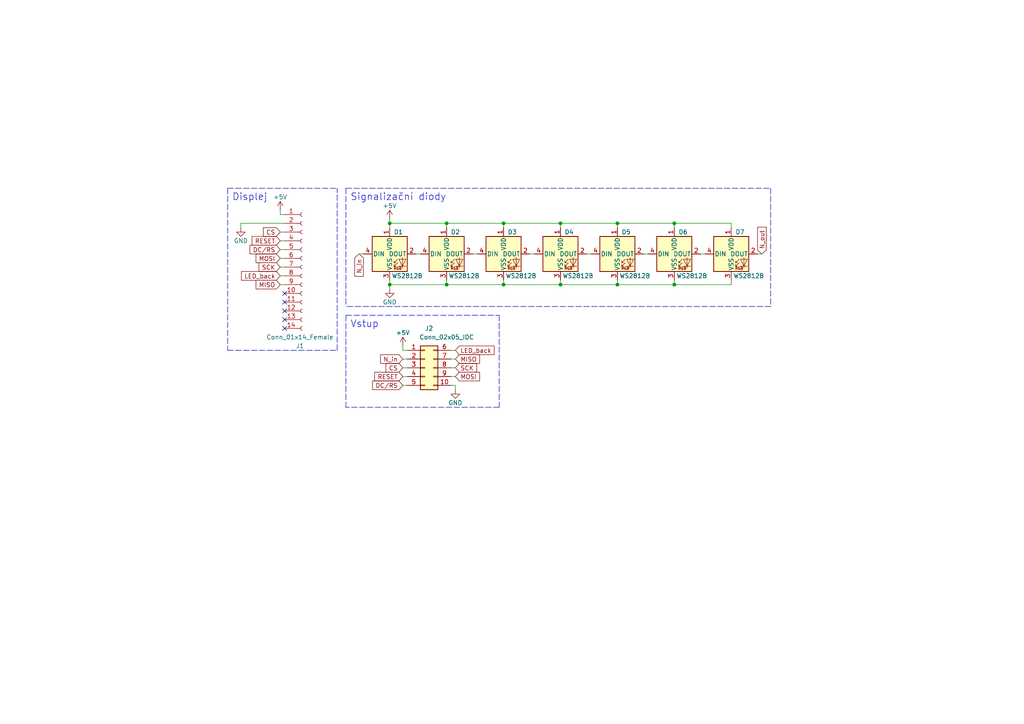
<source format=kicad_sch>
(kicad_sch (version 20211123) (generator eeschema)
  (paper "A4")
  (title_block (title "Signalizační deska pro fénix ") (date "2023-04-13") (rev "1.0"))
  (lib_symbols
    (symbol "Connector:Conn_01x14_Female" (pin_names (offset 1.016) hide)
      (property "Reference" "J" (at 0 17.78 0))
      (property "Value" "Conn_01x14_Female" (at 0 -20.32 0))
      (symbol "Conn_01x14_Female_1_1"
        (arc (start 0 -17.272) (mid -0.508 -17.78) (end 0 -18.288) (stroke (width 0.1524)))
        (arc (start 0 -14.732) (mid -0.508 -15.24) (end 0 -15.748) (stroke (width 0.1524)))
        (arc (start 0 -12.192) (mid -0.508 -12.7) (end 0 -13.208) (stroke (width 0.1524)))
        (arc (start 0 -9.652) (mid -0.508 -10.16) (end 0 -10.668) (stroke (width 0.1524)))
        (arc (start 0 -7.112) (mid -0.508 -7.62) (end 0 -8.128) (stroke (width 0.1524)))
        (arc (start 0 -4.572) (mid -0.508 -5.08) (end 0 -5.588) (stroke (width 0.1524)))
        (arc (start 0 -2.032) (mid -0.508 -2.54) (end 0 -3.048) (stroke (width 0.1524)))
        (polyline (pts (xy -1.27 -17.78) (xy -0.508 -17.78)) (stroke (width 0.1524)))
        (polyline (pts (xy -1.27 -15.24) (xy -0.508 -15.24)) (stroke (width 0.1524)))
        (polyline (pts (xy -1.27 -12.7) (xy -0.508 -12.7)) (stroke (width 0.1524)))
        (polyline (pts (xy -1.27 -10.16) (xy -0.508 -10.16)) (stroke (width 0.1524)))
        (polyline (pts (xy -1.27 -7.62) (xy -0.508 -7.62)) (stroke (width 0.1524)))
        (polyline (pts (xy -1.27 -5.08) (xy -0.508 -5.08)) (stroke (width 0.1524)))
        (polyline (pts (xy -1.27 -2.54) (xy -0.508 -2.54)) (stroke (width 0.1524)))
        (polyline (pts (xy -1.27 0) (xy -0.508 0)) (stroke (width 0.1524)))
        (polyline (pts (xy -1.27 2.54) (xy -0.508 2.54)) (stroke (width 0.1524)))
        (polyline (pts (xy -1.27 5.08) (xy -0.508 5.08)) (stroke (width 0.1524)))
        (polyline (pts (xy -1.27 7.62) (xy -0.508 7.62)) (stroke (width 0.1524)))
        (polyline (pts (xy -1.27 10.16) (xy -0.508 10.16)) (stroke (width 0.1524)))
        (polyline (pts (xy -1.27 12.7) (xy -0.508 12.7)) (stroke (width 0.1524)))
        (polyline (pts (xy -1.27 15.24) (xy -0.508 15.24)) (stroke (width 0.1524)))
        (arc (start 0 0.508) (mid -0.508 0) (end 0 -0.508) (stroke (width 0.1524)))
        (arc (start 0 3.048) (mid -0.508 2.54) (end 0 2.032) (stroke (width 0.1524)))
        (arc (start 0 5.588) (mid -0.508 5.08) (end 0 4.572) (stroke (width 0.1524)))
        (arc (start 0 8.128) (mid -0.508 7.62) (end 0 7.112) (stroke (width 0.1524)))
        (arc (start 0 10.668) (mid -0.508 10.16) (end 0 9.652) (stroke (width 0.1524)))
        (arc (start 0 13.208) (mid -0.508 12.7) (end 0 12.192) (stroke (width 0.1524)))
        (arc (start 0 15.748) (mid -0.508 15.24) (end 0 14.732) (stroke (width 0.1524)))
        (pin passive line (at -5.08 15.24 0) (length 3.81) (name "Pin_1") (number "1"))
        (pin passive line (at -5.08 -7.62 0) (length 3.81) (name "Pin_10") (number "10"))
        (pin passive line (at -5.08 -10.16 0) (length 3.81) (name "Pin_11") (number "11"))
        (pin passive line (at -5.08 -12.7 0) (length 3.81) (name "Pin_12") (number "12"))
        (pin passive line (at -5.08 -15.24 0) (length 3.81) (name "Pin_13") (number "13"))
        (pin passive line (at -5.08 -17.78 0) (length 3.81) (name "Pin_14") (number "14"))
        (pin passive line (at -5.08 12.7 0) (length 3.81) (name "Pin_2") (number "2"))
        (pin passive line (at -5.08 10.16 0) (length 3.81) (name "Pin_3") (number "3"))
        (pin passive line (at -5.08 7.62 0) (length 3.81) (name "Pin_4") (number "4"))
        (pin passive line (at -5.08 5.08 0) (length 3.81) (name "Pin_5") (number "5"))
        (pin passive line (at -5.08 2.54 0) (length 3.81) (name "Pin_6") (number "6"))
        (pin passive line (at -5.08 0 0) (length 3.81) (name "Pin_7") (number "7"))
        (pin passive line (at -5.08 -2.54 0) (length 3.81) (name "Pin_8") (number "8"))
        (pin passive line (at -5.08 -5.08 0) (length 3.81) (name "Pin_9") (number "9"))
      )
    )
    (symbol "Connector_Generic:Conn_02x05_Top_Bottom" (pin_names (offset 1.016) hide)
      (property "Reference" "J" (at 1.27 7.62 0))
      (property "Value" "Conn_02x05_Top_Bottom" (at 1.27 -7.62 0))
      (symbol "Conn_02x05_Top_Bottom_1_1"
        (rectangle (start -1.27 -4.953) (end 0 -5.207) (stroke (width 0.1524)))
        (rectangle (start -1.27 -2.413) (end 0 -2.667) (stroke (width 0.1524)))
        (rectangle (start -1.27 0.127) (end 0 -0.127) (stroke (width 0.1524)))
        (rectangle (start -1.27 2.667) (end 0 2.413) (stroke (width 0.1524)))
        (rectangle (start -1.27 5.207) (end 0 4.953) (stroke (width 0.1524)))
        (rectangle (start -1.27 6.35) (end 3.81 -6.35) (stroke (width 0.254)) (fill (type background)))
        (rectangle (start 3.81 -4.953) (end 2.54 -5.207) (stroke (width 0.1524)))
        (rectangle (start 3.81 -2.413) (end 2.54 -2.667) (stroke (width 0.1524)))
        (rectangle (start 3.81 0.127) (end 2.54 -0.127) (stroke (width 0.1524)))
        (rectangle (start 3.81 2.667) (end 2.54 2.413) (stroke (width 0.1524)))
        (rectangle (start 3.81 5.207) (end 2.54 4.953) (stroke (width 0.1524)))
        (pin passive line (at -5.08 5.08 0) (length 3.81) (name "Pin_1") (number "1"))
        (pin passive line (at 7.62 -5.08 180) (length 3.81) (name "Pin_10") (number "10"))
        (pin passive line (at -5.08 2.54 0) (length 3.81) (name "Pin_2") (number "2"))
        (pin passive line (at -5.08 0 0) (length 3.81) (name "Pin_3") (number "3"))
        (pin passive line (at -5.08 -2.54 0) (length 3.81) (name "Pin_4") (number "4"))
        (pin passive line (at -5.08 -5.08 0) (length 3.81) (name "Pin_5") (number "5"))
        (pin passive line (at 7.62 5.08 180) (length 3.81) (name "Pin_6") (number "6"))
        (pin passive line (at 7.62 2.54 180) (length 3.81) (name "Pin_7") (number "7"))
        (pin passive line (at 7.62 0 180) (length 3.81) (name "Pin_8") (number "8"))
        (pin passive line (at 7.62 -2.54 180) (length 3.81) (name "Pin_9") (number "9"))
      )
    )
    (symbol "LED:WS2812B" (pin_names (offset 0.254))
      (property "Reference" "D" (at 5.08 5.715 0))
      (property "Value" "WS2812B" (at 1.27 -5.715 0))
      (symbol "WS2812B_0_0"
        (text "RGB" (at 2.286 -4.191 0) (effects (font (size 0.762 0.762))))
      )
      (symbol "WS2812B_0_1"
        (polyline (pts (xy 1.27 -3.556) (xy 1.778 -3.556)))
        (polyline (pts (xy 1.27 -2.54) (xy 1.778 -2.54)))
        (polyline (pts (xy 4.699 -3.556) (xy 2.667 -3.556)))
        (polyline (pts (xy 2.286 -2.54) (xy 1.27 -3.556) (xy 1.27 -3.048)))
        (polyline (pts (xy 2.286 -1.524) (xy 1.27 -2.54) (xy 1.27 -2.032)))
        (polyline (pts (xy 3.683 -1.016) (xy 3.683 -3.556) (xy 3.683 -4.064)))
        (polyline (pts (xy 4.699 -1.524) (xy 2.667 -1.524) (xy 3.683 -3.556) (xy 4.699 -1.524)))
        (rectangle (start 5.08 5.08) (end -5.08 -5.08) (stroke (width 0.254)) (fill (type background)))
      )
      (symbol "WS2812B_1_1"
        (pin power_in line (at 0 7.62 270) (length 2.54) (name "VDD") (number "1"))
        (pin output line (at 7.62 0 180) (length 2.54) (name "DOUT") (number "2"))
        (pin power_in line (at 0 -7.62 90) (length 2.54) (name "VSS") (number "3"))
        (pin input line (at -7.62 0 0) (length 2.54) (name "DIN") (number "4"))
      )
    )
    (symbol "power:+5V" (power) (pin_names (offset 0))
      (property "Value" "+5V" (at 0 3.556 0))
      (symbol "+5V_0_1"
        (polyline (pts (xy -0.762 1.27) (xy 0 2.54)))
        (polyline (pts (xy 0 0) (xy 0 2.54)))
        (polyline (pts (xy 0 2.54) (xy 0.762 1.27)))
      )
      (symbol "+5V_1_1"
        (pin power_in line (at 0 0 90) (length 0) hide (name "+5V") (number "1"))
      )
    )
    (symbol "power:GND" (power) (pin_names (offset 0))
      (property "Value" "GND" (at 0 -3.81 0))
      (symbol "GND_0_1"
        (polyline (pts (xy 0 0) (xy 0 -1.27) (xy 1.27 -1.27) (xy 0 -2.54) (xy -1.27 -1.27) (xy 0 -1.27)))
      )
      (symbol "GND_1_1"
        (pin power_in line (at 0 0 270) (length 0) hide (name "GND") (number "1"))
      )
    )
  )
  (junction (at 162.56 64.77))
  (junction (at 129.54 64.77))
  (junction (at 113.03 82.55))
  (junction (at 162.56 82.55))
  (junction (at 195.58 64.77))
  (junction (at 179.07 64.77))
  (junction (at 146.05 64.77))
  (junction (at 146.05 82.55))
  (junction (at 195.58 82.55))
  (junction (at 113.03 64.77))
  (junction (at 129.54 82.55))
  (junction (at 179.07 82.55))
  (no_connect (at 82.55 87.63))
  (no_connect (at 82.55 90.17))
  (no_connect (at 82.55 92.71))
  (no_connect (at 82.55 85.09))
  (no_connect (at 82.55 95.25))
  (wire (pts (xy 179.07 66.04) (xy 179.07 64.77)))
  (polyline (pts (xy 100.33 91.44) (xy 144.78 91.44)))
  (wire (pts (xy 120.65 73.66) (xy 121.92 73.66)))
  (wire (pts (xy 195.58 64.77) (xy 212.09 64.77)))
  (wire (pts (xy 81.28 69.85) (xy 82.55 69.85)))
  (wire (pts (xy 113.03 81.28) (xy 113.03 82.55)))
  (polyline (pts (xy 97.79 101.6) (xy 97.79 54.61)))
  (polyline (pts (xy 66.04 101.6) (xy 97.79 101.6)))
  (wire (pts (xy 129.54 64.77) (xy 113.03 64.77)))
  (wire (pts (xy 129.54 81.28) (xy 129.54 82.55)))
  (wire (pts (xy 69.85 64.77) (xy 82.55 64.77)))
  (polyline (pts (xy 144.78 91.44) (xy 144.78 118.11)))
  (polyline (pts (xy 66.04 54.61) (xy 97.79 54.61)))
  (wire (pts (xy 162.56 81.28) (xy 162.56 82.55)))
  (wire (pts (xy 81.28 80.01) (xy 82.55 80.01)))
  (wire (pts (xy 195.58 64.77) (xy 179.07 64.77)))
  (polyline (pts (xy 223.52 54.61) (xy 223.52 88.9)))
  (wire (pts (xy 130.81 111.76) (xy 132.08 111.76)))
  (wire (pts (xy 81.28 72.39) (xy 82.55 72.39)))
  (wire (pts (xy 162.56 66.04) (xy 162.56 64.77)))
  (wire (pts (xy 146.05 81.28) (xy 146.05 82.55)))
  (wire (pts (xy 146.05 64.77) (xy 162.56 64.77)))
  (wire (pts (xy 69.85 66.04) (xy 69.85 64.77)))
  (wire (pts (xy 81.28 77.47) (xy 82.55 77.47)))
  (wire (pts (xy 130.81 104.14) (xy 132.08 104.14)))
  (wire (pts (xy 212.09 81.28) (xy 212.09 82.55)))
  (polyline (pts (xy 144.78 118.11) (xy 100.33 118.11)))
  (polyline (pts (xy 223.52 88.9) (xy 100.33 88.9)))
  (wire (pts (xy 81.28 60.96) (xy 81.28 62.23)))
  (wire (pts (xy 113.03 82.55) (xy 113.03 83.82)))
  (wire (pts (xy 130.81 106.68) (xy 132.08 106.68)))
  (wire (pts (xy 146.05 82.55) (xy 162.56 82.55)))
  (wire (pts (xy 179.07 82.55) (xy 195.58 82.55)))
  (wire (pts (xy 82.55 62.23) (xy 81.28 62.23)))
  (wire (pts (xy 179.07 64.77) (xy 162.56 64.77)))
  (wire (pts (xy 130.81 109.22) (xy 132.08 109.22)))
  (wire (pts (xy 153.67 73.66) (xy 154.94 73.66)))
  (wire (pts (xy 162.56 82.55) (xy 179.07 82.55)))
  (wire (pts (xy 104.14 73.66) (xy 105.41 73.66)))
  (wire (pts (xy 132.08 113.03) (xy 132.08 111.76)))
  (wire (pts (xy 130.81 101.6) (xy 132.08 101.6)))
  (wire (pts (xy 179.07 81.28) (xy 179.07 82.55)))
  (polyline (pts (xy 100.33 91.44) (xy 100.33 118.11)))
  (wire (pts (xy 212.09 66.04) (xy 212.09 64.77)))
  (wire (pts (xy 116.84 109.22) (xy 118.11 109.22)))
  (wire (pts (xy 170.18 73.66) (xy 171.45 73.66)))
  (wire (pts (xy 129.54 82.55) (xy 113.03 82.55)))
  (polyline (pts (xy 66.04 54.61) (xy 66.04 101.6)))
  (wire (pts (xy 118.11 101.6) (xy 116.84 101.6)))
  (wire (pts (xy 81.28 67.31) (xy 82.55 67.31)))
  (wire (pts (xy 186.69 73.66) (xy 187.96 73.66)))
  (wire (pts (xy 195.58 66.04) (xy 195.58 64.77)))
  (wire (pts (xy 116.84 111.76) (xy 118.11 111.76)))
  (polyline (pts (xy 100.33 54.61) (xy 223.52 54.61)))
  (wire (pts (xy 146.05 64.77) (xy 129.54 64.77)))
  (wire (pts (xy 81.28 82.55) (xy 82.55 82.55)))
  (wire (pts (xy 203.2 73.66) (xy 204.47 73.66)))
  (wire (pts (xy 129.54 66.04) (xy 129.54 64.77)))
  (wire (pts (xy 116.84 100.33) (xy 116.84 101.6)))
  (wire (pts (xy 195.58 81.28) (xy 195.58 82.55)))
  (wire (pts (xy 81.28 74.93) (xy 82.55 74.93)))
  (wire (pts (xy 116.84 104.14) (xy 118.11 104.14)))
  (wire (pts (xy 129.54 82.55) (xy 146.05 82.55)))
  (wire (pts (xy 116.84 106.68) (xy 118.11 106.68)))
  (wire (pts (xy 113.03 64.77) (xy 113.03 66.04)))
  (wire (pts (xy 113.03 63.5) (xy 113.03 64.77)))
  (polyline (pts (xy 100.33 54.61) (xy 100.33 88.9)))
  (wire (pts (xy 195.58 82.55) (xy 212.09 82.55)))
  (wire (pts (xy 220.98 73.66) (xy 219.71 73.66)))
  (wire (pts (xy 146.05 66.04) (xy 146.05 64.77)))
  (wire (pts (xy 137.16 73.66) (xy 138.43 73.66)))
  (text "Vstup\n" (at 101.6 95.25 0) (effects (font (size 2 2)) (justify left bottom)))
  (text "Signalizační diody\n" (at 101.6 58.42 0) (effects (font (size 2 2)) (justify left bottom)))
  (text "Displej\n" (at 67.31 58.42 0) (effects (font (size 2 2)) (justify left bottom)))
  (global_label "MISO" (shape input) (at 81.28 82.55 180) (property "Intersheet References" "${INTERSHEET_REFS}" (effects hide)))
  (global_label "LED_back" (shape input) (at 81.28 80.01 180) (property "Intersheet References" "${INTERSHEET_REFS}" (effects hide)))
  (global_label "DC{slash}RS" (shape input) (at 116.84 111.76 180) (property "Intersheet References" "${INTERSHEET_REFS}" (effects hide)))
  (global_label "CS" (shape input) (at 116.84 106.68 180) (property "Intersheet References" "${INTERSHEET_REFS}" (effects hide)))
  (global_label "SCK" (shape input) (at 132.08 106.68 0) (property "Intersheet References" "${INTERSHEET_REFS}" (effects hide)))
  (global_label "LED_back" (shape input) (at 132.08 101.6 0) (property "Intersheet References" "${INTERSHEET_REFS}" (effects hide)))
  (global_label "DC{slash}RS" (shape input) (at 81.28 72.39 180) (property "Intersheet References" "${INTERSHEET_REFS}" (effects hide)))
  (global_label "SCK" (shape input) (at 81.28 77.47 180) (property "Intersheet References" "${INTERSHEET_REFS}" (effects hide)))
  (global_label "MOSI" (shape input) (at 81.28 74.93 180) (property "Intersheet References" "${INTERSHEET_REFS}" (effects hide)))
  (global_label "N_out" (shape input) (at 220.98 73.66 90) (property "Intersheet References" "${INTERSHEET_REFS}" (effects hide)))
  (global_label "N_in" (shape input) (at 116.84 104.14 180) (property "Intersheet References" "${INTERSHEET_REFS}" (effects hide)))
  (global_label "RESET" (shape input) (at 81.28 69.85 180) (property "Intersheet References" "${INTERSHEET_REFS}" (effects hide)))
  (global_label "CS" (shape input) (at 81.28 67.31 180) (property "Intersheet References" "${INTERSHEET_REFS}" (effects hide)))
  (global_label "MISO" (shape input) (at 132.08 104.14 0) (property "Intersheet References" "${INTERSHEET_REFS}" (effects hide)))
  (global_label "RESET" (shape input) (at 116.84 109.22 180) (property "Intersheet References" "${INTERSHEET_REFS}" (effects hide)))
  (global_label "MOSI" (shape input) (at 132.08 109.22 0) (property "Intersheet References" "${INTERSHEET_REFS}" (effects hide)))
  (global_label "N_in" (shape input) (at 104.14 73.66 270) (property "Intersheet References" "${INTERSHEET_REFS}" (effects hide)))
  (symbol (lib_id "power:+5V") (at 116.84 100.33 0) (unit 1)
    (property "Reference" "#PWR05" (effects hide))
    (property "Value" "+5V" (at 116.84 96.52 0))
  )
  (symbol (lib_id "Connector:Conn_01x14_Female") (at 87.63 77.47 0) (unit 1)
    (property "Reference" "J1" (at 86.995 100.33 0))
    (property "Value" "Conn_01x14_Female" (at 86.995 97.79 0))
    (property "Footprint" "Connector_PinHeader_2.54mm:PinHeader_1x14_P2.54mm_Vertical" (effects hide))
  )
  (symbol (lib_id "power:+5V") (at 81.28 60.96 0) (unit 1)
    (property "Reference" "#PWR02" (effects hide))
    (property "Value" "+5V" (at 81.28 57.15 0))
  )
  (symbol (lib_id "LED:WS2812B") (at 146.05 73.66 0) (unit 1)
    (property "Reference" "D3" (at 148.59 67.31 0))
    (property "Value" "WS2812B" (at 151.13 80.01 0))
    (property "Footprint" "LED_SMD:LED_WS2812B_PLCC4_5.0x5.0mm_P3.2mm" (effects hide))
    (property "Datasheet" "https://cdn-shop.adafruit.com/datasheets/WS2812B.pdf" (effects hide))
  )
  (symbol (lib_id "LED:WS2812B") (at 212.09 73.66 0) (unit 1)
    (property "Reference" "D7" (at 214.63 67.31 0))
    (property "Value" "WS2812B" (at 217.17 80.01 0))
    (property "Footprint" "LED_SMD:LED_WS2812B_PLCC4_5.0x5.0mm_P3.2mm" (effects hide))
    (property "Datasheet" "https://cdn-shop.adafruit.com/datasheets/WS2812B.pdf" (effects hide))
  )
  (symbol (lib_id "power:GND") (at 69.85 66.04 0) (unit 1)
    (property "Reference" "#PWR01" (effects hide))
    (property "Value" "GND" (at 69.85 69.85 0))
  )
  (symbol (lib_id "power:GND") (at 113.03 83.82 0) (unit 1)
    (property "Reference" "#PWR04" (effects hide))
    (property "Value" "GND" (at 113.03 87.63 0))
  )
  (symbol (lib_id "LED:WS2812B") (at 129.54 73.66 0) (unit 1)
    (property "Reference" "D2" (at 132.08 67.31 0))
    (property "Value" "WS2812B" (at 134.62 80.01 0))
    (property "Footprint" "LED_SMD:LED_WS2812B_PLCC4_5.0x5.0mm_P3.2mm" (effects hide))
    (property "Datasheet" "https://cdn-shop.adafruit.com/datasheets/WS2812B.pdf" (effects hide))
  )
  (symbol (lib_id "Connector_Generic:Conn_02x05_Top_Bottom") (at 123.19 106.68 0) (unit 1)
    (property "Reference" "J2" (at 124.46 95.25 0))
    (property "Value" "Conn_02x05_IDC" (at 129.54 97.79 0))
    (property "Footprint" "Connector_PinSocket_2.54mm:PinSocket_2x05_P2.54mm_Horizontal" (effects hide))
  )
  (symbol (lib_id "power:GND") (at 132.08 113.03 0) (unit 1)
    (property "Reference" "#PWR06" (effects hide))
    (property "Value" "GND" (at 132.08 116.84 0))
  )
  (symbol (lib_id "LED:WS2812B") (at 179.07 73.66 0) (unit 1)
    (property "Reference" "D5" (at 181.61 67.31 0))
    (property "Value" "WS2812B" (at 184.15 80.01 0))
    (property "Footprint" "LED_SMD:LED_WS2812B_PLCC4_5.0x5.0mm_P3.2mm" (effects hide))
    (property "Datasheet" "https://cdn-shop.adafruit.com/datasheets/WS2812B.pdf" (effects hide))
  )
  (symbol (lib_id "LED:WS2812B") (at 113.03 73.66 0) (unit 1)
    (property "Reference" "D1" (at 115.57 67.31 0))
    (property "Value" "WS2812B" (at 118.11 80.01 0))
    (property "Footprint" "LED_SMD:LED_WS2812B_PLCC4_5.0x5.0mm_P3.2mm" (effects hide))
    (property "Datasheet" "https://cdn-shop.adafruit.com/datasheets/WS2812B.pdf" (effects hide))
  )
  (symbol (lib_id "power:+5V") (at 113.03 63.5 0) (unit 1)
    (property "Reference" "#PWR03" (effects hide))
    (property "Value" "+5V" (at 113.03 59.69 0))
  )
  (symbol (lib_id "LED:WS2812B") (at 162.56 73.66 0) (unit 1)
    (property "Reference" "D4" (at 165.1 67.31 0))
    (property "Value" "WS2812B" (at 167.64 80.01 0))
    (property "Footprint" "LED_SMD:LED_WS2812B_PLCC4_5.0x5.0mm_P3.2mm" (effects hide))
    (property "Datasheet" "https://cdn-shop.adafruit.com/datasheets/WS2812B.pdf" (effects hide))
  )
  (symbol (lib_id "LED:WS2812B") (at 195.58 73.66 0) (unit 1)
    (property "Reference" "D6" (at 198.12 67.31 0))
    (property "Value" "WS2812B" (at 200.66 80.01 0))
    (property "Footprint" "LED_SMD:LED_WS2812B_PLCC4_5.0x5.0mm_P3.2mm" (effects hide))
    (property "Datasheet" "https://cdn-shop.adafruit.com/datasheets/WS2812B.pdf" (effects hide))
  )
)
</source>
